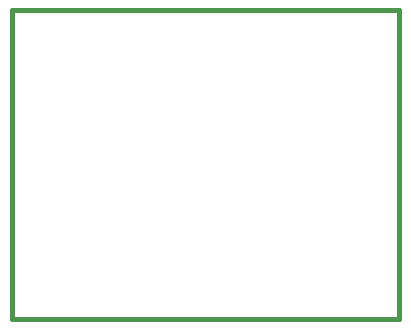
<source format=gbr>
G04 #@! TF.GenerationSoftware,KiCad,Pcbnew,6.0.0-rc1-unknown-1088786~66~ubuntu16.04.1*
G04 #@! TF.CreationDate,2018-12-29T10:22:54+01:00
G04 #@! TF.ProjectId,audi_concert1_chorus1_volume_fix,61756469-5f63-46f6-9e63-657274315f63,rev?*
G04 #@! TF.SameCoordinates,Original*
G04 #@! TF.FileFunction,Profile,NP*
%FSLAX46Y46*%
G04 Gerber Fmt 4.6, Leading zero omitted, Abs format (unit mm)*
G04 Created by KiCad (PCBNEW 6.0.0-rc1-unknown-1088786~66~ubuntu16.04.1) date So 29. december 2018, 10:22:54 CET*
%MOMM*%
%LPD*%
G04 APERTURE LIST*
%ADD10C,0.400000*%
G04 APERTURE END LIST*
D10*
X196596000Y-93726000D02*
X196342000Y-93726000D01*
X196596000Y-119888000D02*
X196596000Y-93726000D01*
X163830000Y-119888000D02*
X196596000Y-119888000D01*
X163830000Y-93726000D02*
X163830000Y-119888000D01*
X164084000Y-93726000D02*
X163830000Y-93726000D01*
X196342000Y-93726000D02*
X164084000Y-93726000D01*
M02*

</source>
